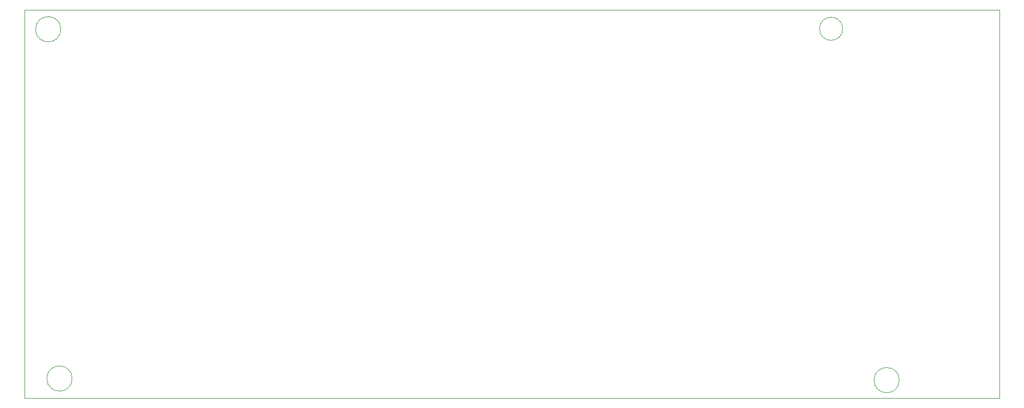
<source format=gbr>
%TF.GenerationSoftware,KiCad,Pcbnew,(6.0.4)*%
%TF.CreationDate,2023-03-10T15:04:28-05:00*%
%TF.ProjectId,Pi_part,50695f70-6172-4742-9e6b-696361645f70,v01*%
%TF.SameCoordinates,Original*%
%TF.FileFunction,Profile,NP*%
%FSLAX46Y46*%
G04 Gerber Fmt 4.6, Leading zero omitted, Abs format (unit mm)*
G04 Created by KiCad (PCBNEW (6.0.4)) date 2023-03-10 15:04:28*
%MOMM*%
%LPD*%
G01*
G04 APERTURE LIST*
%TA.AperFunction,Profile*%
%ADD10C,0.100000*%
%TD*%
G04 APERTURE END LIST*
D10*
X207023996Y-127254000D02*
G75*
G03*
X207023996Y-127254000I-2045996J0D01*
G01*
X72911996Y-127000000D02*
G75*
G03*
X72911996Y-127000000I-2045996J0D01*
G01*
X71079498Y-70315949D02*
G75*
G03*
X71079498Y-70315949I-2045996J0D01*
G01*
X197849685Y-70235949D02*
G75*
G03*
X197849685Y-70235949I-1876183J0D01*
G01*
X65223502Y-67185949D02*
X223289502Y-67185949D01*
X223289502Y-67185949D02*
X223289502Y-130149949D01*
X223289502Y-130149949D02*
X65223502Y-130149949D01*
X65223502Y-130149949D02*
X65223502Y-67185949D01*
M02*

</source>
